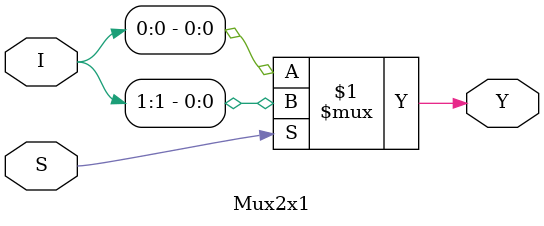
<source format=v>
`timescale 1ns / 1ps


module Mux2x1(
    input [0:1] I,
    input S,
    output Y
    );
    assign Y = S ? I[1] : I[0];
endmodule

</source>
